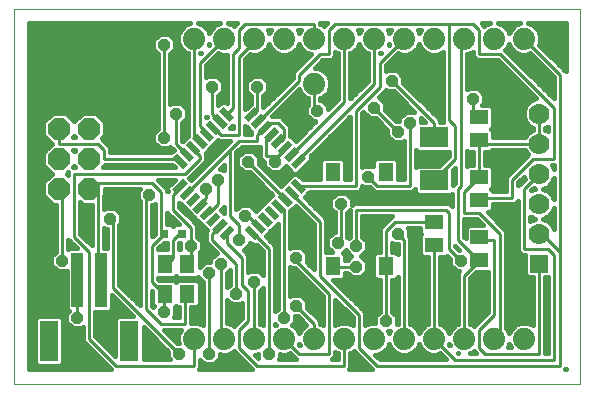
<source format=gtl>
G75*
G70*
%OFA0B0*%
%FSLAX24Y24*%
%IPPOS*%
%LPD*%
%AMOC8*
5,1,8,0,0,1.08239X$1,22.5*
%
%ADD10C,0.0000*%
%ADD11R,0.0394X0.1811*%
%ADD12R,0.0630X0.1339*%
%ADD13OC8,0.0740*%
%ADD14R,0.0500X0.0220*%
%ADD15R,0.0220X0.0500*%
%ADD16C,0.0740*%
%ADD17R,0.0945X0.0669*%
%ADD18R,0.0591X0.0512*%
%ADD19R,0.0630X0.0512*%
%ADD20R,0.0512X0.0610*%
%ADD21R,0.0315X0.0315*%
%ADD22R,0.0512X0.0630*%
%ADD23R,0.0594X0.0594*%
%ADD24C,0.0700*%
%ADD25R,0.0512X0.0591*%
%ADD26C,0.0100*%
%ADD27OC8,0.0400*%
%ADD28C,0.0160*%
D10*
X000180Y000180D02*
X000180Y012676D01*
X019050Y012676D01*
X019050Y000180D01*
X000180Y000180D01*
D11*
X002286Y003637D03*
X003074Y003637D03*
D12*
X004019Y001589D03*
X001341Y001589D03*
D13*
X001680Y006680D03*
X002680Y006680D03*
X002680Y007680D03*
X001680Y007680D03*
X001680Y008680D03*
X002680Y008680D03*
D14*
G36*
X005452Y006666D02*
X005804Y007018D01*
X005960Y006862D01*
X005608Y006510D01*
X005452Y006666D01*
G37*
G36*
X005674Y006444D02*
X006026Y006796D01*
X006182Y006640D01*
X005830Y006288D01*
X005674Y006444D01*
G37*
G36*
X005897Y006221D02*
X006249Y006573D01*
X006405Y006417D01*
X006053Y006065D01*
X005897Y006221D01*
G37*
G36*
X006120Y005998D02*
X006472Y006350D01*
X006628Y006194D01*
X006276Y005842D01*
X006120Y005998D01*
G37*
G36*
X006342Y005776D02*
X006694Y006128D01*
X006850Y005972D01*
X006498Y005620D01*
X006342Y005776D01*
G37*
G36*
X006565Y005553D02*
X006917Y005905D01*
X007073Y005749D01*
X006721Y005397D01*
X006565Y005553D01*
G37*
G36*
X006788Y005330D02*
X007140Y005682D01*
X007296Y005526D01*
X006944Y005174D01*
X006788Y005330D01*
G37*
G36*
X007010Y005108D02*
X007362Y005460D01*
X007518Y005304D01*
X007166Y004952D01*
X007010Y005108D01*
G37*
G36*
X009400Y007498D02*
X009752Y007850D01*
X009908Y007694D01*
X009556Y007342D01*
X009400Y007498D01*
G37*
G36*
X009178Y007720D02*
X009530Y008072D01*
X009686Y007916D01*
X009334Y007564D01*
X009178Y007720D01*
G37*
G36*
X008955Y007943D02*
X009307Y008295D01*
X009463Y008139D01*
X009111Y007787D01*
X008955Y007943D01*
G37*
G36*
X008732Y008166D02*
X009084Y008518D01*
X009240Y008362D01*
X008888Y008010D01*
X008732Y008166D01*
G37*
G36*
X008510Y008388D02*
X008862Y008740D01*
X009018Y008584D01*
X008666Y008232D01*
X008510Y008388D01*
G37*
G36*
X008287Y008611D02*
X008639Y008963D01*
X008795Y008807D01*
X008443Y008455D01*
X008287Y008611D01*
G37*
G36*
X008064Y008834D02*
X008416Y009186D01*
X008572Y009030D01*
X008220Y008678D01*
X008064Y008834D01*
G37*
G36*
X007842Y009056D02*
X008194Y009408D01*
X008350Y009252D01*
X007998Y008900D01*
X007842Y009056D01*
G37*
D15*
G36*
X007010Y009252D02*
X007166Y009408D01*
X007518Y009056D01*
X007362Y008900D01*
X007010Y009252D01*
G37*
G36*
X006788Y009030D02*
X006944Y009186D01*
X007296Y008834D01*
X007140Y008678D01*
X006788Y009030D01*
G37*
G36*
X006565Y008807D02*
X006721Y008963D01*
X007073Y008611D01*
X006917Y008455D01*
X006565Y008807D01*
G37*
G36*
X006342Y008584D02*
X006498Y008740D01*
X006850Y008388D01*
X006694Y008232D01*
X006342Y008584D01*
G37*
G36*
X006120Y008362D02*
X006276Y008518D01*
X006628Y008166D01*
X006472Y008010D01*
X006120Y008362D01*
G37*
G36*
X005897Y008139D02*
X006053Y008295D01*
X006405Y007943D01*
X006249Y007787D01*
X005897Y008139D01*
G37*
G36*
X005674Y007916D02*
X005830Y008072D01*
X006182Y007720D01*
X006026Y007564D01*
X005674Y007916D01*
G37*
G36*
X005452Y007694D02*
X005608Y007850D01*
X005960Y007498D01*
X005804Y007342D01*
X005452Y007694D01*
G37*
G36*
X008064Y005526D02*
X008220Y005682D01*
X008572Y005330D01*
X008416Y005174D01*
X008064Y005526D01*
G37*
G36*
X007842Y005304D02*
X007998Y005460D01*
X008350Y005108D01*
X008194Y004952D01*
X007842Y005304D01*
G37*
G36*
X008287Y005749D02*
X008443Y005905D01*
X008795Y005553D01*
X008639Y005397D01*
X008287Y005749D01*
G37*
G36*
X008510Y005972D02*
X008666Y006128D01*
X009018Y005776D01*
X008862Y005620D01*
X008510Y005972D01*
G37*
G36*
X008732Y006194D02*
X008888Y006350D01*
X009240Y005998D01*
X009084Y005842D01*
X008732Y006194D01*
G37*
G36*
X008955Y006417D02*
X009111Y006573D01*
X009463Y006221D01*
X009307Y006065D01*
X008955Y006417D01*
G37*
G36*
X009178Y006640D02*
X009334Y006796D01*
X009686Y006444D01*
X009530Y006288D01*
X009178Y006640D01*
G37*
G36*
X009400Y006862D02*
X009556Y007018D01*
X009908Y006666D01*
X009752Y006510D01*
X009400Y006862D01*
G37*
D16*
X010180Y010180D03*
X010180Y011680D03*
X009180Y011680D03*
X008180Y011680D03*
X007180Y011680D03*
X006180Y011680D03*
X011180Y011680D03*
X012180Y011680D03*
X013180Y011680D03*
X014180Y011680D03*
X015180Y011680D03*
X016180Y011680D03*
X017180Y011680D03*
X017180Y001680D03*
X016180Y001680D03*
X015180Y001680D03*
X014180Y001680D03*
X013180Y001680D03*
X012180Y001680D03*
X011180Y001680D03*
X010180Y001680D03*
X009180Y001680D03*
X008180Y001680D03*
X007180Y001680D03*
X006180Y001680D03*
D17*
X014180Y006952D03*
X014180Y008408D03*
D18*
X015680Y008306D03*
X015680Y009054D03*
X015680Y007054D03*
X015680Y006306D03*
X015680Y005054D03*
X015680Y004306D03*
D19*
X014180Y004806D03*
X014180Y005554D03*
D20*
X012566Y004115D03*
X010794Y004115D03*
X010794Y007245D03*
X012566Y007245D03*
D21*
X005775Y005180D03*
X005185Y005180D03*
D22*
X005206Y004180D03*
X005954Y004180D03*
D23*
X017680Y004180D03*
D24*
X017680Y005180D03*
X017680Y006180D03*
X017680Y007180D03*
X017680Y008180D03*
X017680Y009180D03*
D25*
X005954Y003180D03*
X005206Y003180D03*
D26*
X005180Y003180D01*
X005180Y002580D01*
X005080Y002180D02*
X005880Y002180D01*
X005880Y003180D01*
X005954Y003180D01*
X005180Y003180D02*
X004780Y003580D01*
X004780Y004780D01*
X005180Y005180D01*
X005185Y005180D01*
X005180Y005180D02*
X005080Y005280D01*
X005080Y006580D01*
X004780Y006880D01*
X002980Y006880D01*
X002680Y006680D01*
X002680Y006880D01*
X002980Y006880D01*
X002980Y003680D01*
X003074Y003637D01*
X003480Y003380D02*
X003480Y005580D01*
X003380Y005680D01*
X002680Y004580D02*
X002180Y005080D01*
X002180Y007180D01*
X005880Y007180D01*
X006380Y007680D01*
X006380Y007780D01*
X006180Y007980D01*
X006151Y008041D01*
X006280Y008280D02*
X006374Y008264D01*
X006280Y008280D02*
X006180Y008380D01*
X006180Y011680D01*
X005180Y011480D02*
X005180Y008380D01*
X005580Y008180D02*
X005580Y009180D01*
X006380Y008780D02*
X006380Y010880D01*
X007180Y011680D01*
X007680Y011980D02*
X007680Y011380D01*
X007480Y011180D01*
X007480Y009380D01*
X007280Y009180D01*
X007264Y009154D01*
X007042Y008932D02*
X006980Y008980D01*
X006780Y009180D01*
X006780Y010080D01*
X008096Y009154D02*
X008180Y009180D01*
X008280Y009280D01*
X008280Y010080D01*
X008380Y008980D02*
X008318Y008932D01*
X008380Y008980D02*
X009680Y010280D01*
X009680Y010480D01*
X010380Y011180D01*
X010680Y011180D01*
X010680Y011980D01*
X010880Y012180D01*
X014680Y012180D01*
X015480Y012180D01*
X015680Y011980D01*
X015680Y011180D01*
X016380Y011180D01*
X018180Y009380D01*
X018180Y007680D01*
X017480Y007680D01*
X016780Y006980D01*
X016780Y006380D01*
X015680Y006380D01*
X015680Y006306D01*
X015180Y006580D02*
X015680Y007080D01*
X015680Y007054D01*
X015680Y007080D02*
X015680Y008180D01*
X017680Y008180D01*
X017680Y009180D01*
X018380Y010480D02*
X018380Y004580D01*
X017780Y005180D01*
X017680Y005180D01*
X017980Y004680D02*
X017180Y004680D01*
X017180Y006680D01*
X017680Y007180D01*
X015680Y008180D02*
X015680Y008306D01*
X015680Y008280D01*
X014880Y008780D02*
X014880Y007680D01*
X014180Y006980D01*
X014180Y006952D01*
X013380Y006780D02*
X013380Y008880D01*
X012980Y008580D02*
X012180Y009380D01*
X011580Y009280D02*
X012380Y010080D01*
X012380Y010880D01*
X013180Y011680D01*
X012180Y011680D02*
X012180Y010180D01*
X009680Y007680D01*
X009654Y007596D01*
X009432Y007818D02*
X009480Y007880D01*
X011180Y009580D01*
X011180Y011680D01*
X010180Y011680D02*
X010180Y012180D01*
X007880Y012180D01*
X007680Y011980D01*
X008180Y011680D02*
X008180Y011580D01*
X007680Y011080D01*
X007680Y008480D01*
X007080Y008480D01*
X006880Y008680D01*
X006819Y008709D01*
X006580Y008580D02*
X006596Y008486D01*
X006580Y008580D02*
X006380Y008780D01*
X005580Y008180D02*
X005880Y007880D01*
X005928Y007818D01*
X005680Y007680D02*
X005706Y007596D01*
X005680Y007680D02*
X003180Y007680D01*
X003180Y007980D01*
X002980Y008180D01*
X001680Y008180D01*
X001680Y008680D01*
X001680Y006680D02*
X001780Y006580D01*
X001780Y004280D01*
X002680Y004580D02*
X002680Y001680D01*
X003580Y000780D01*
X006180Y000780D01*
X006180Y001680D01*
X005680Y001180D02*
X003480Y003380D01*
X002280Y003580D02*
X002286Y003637D01*
X002280Y003580D02*
X002280Y002380D01*
X004580Y002680D02*
X005080Y002180D01*
X004580Y002680D02*
X004580Y006380D01*
X004680Y006480D01*
X005480Y006480D02*
X005480Y005980D01*
X006080Y005380D01*
X006080Y004780D01*
X006080Y004280D01*
X005980Y004180D01*
X005954Y004180D01*
X005480Y004380D02*
X005280Y004180D01*
X005206Y004180D01*
X005480Y004380D02*
X005480Y004980D01*
X005680Y005180D01*
X005775Y005180D01*
X006596Y005874D02*
X006680Y005880D01*
X006980Y006180D01*
X006980Y006980D01*
X006580Y006680D02*
X006580Y006380D01*
X006380Y006180D01*
X006374Y006096D01*
X005980Y006580D02*
X005928Y006542D01*
X005980Y006580D02*
X007380Y007980D01*
X007380Y005780D01*
X007680Y005480D01*
X007680Y004980D01*
X007280Y004880D02*
X007780Y004380D01*
X007780Y003480D01*
X007980Y003280D01*
X007980Y002280D01*
X007680Y001980D01*
X007680Y001380D01*
X008280Y000780D01*
X011180Y000780D01*
X011180Y001680D01*
X011680Y001380D02*
X012280Y000780D01*
X018380Y000780D01*
X018380Y004580D01*
X018180Y004480D02*
X017980Y004680D01*
X018180Y004480D02*
X018180Y000980D01*
X014880Y000980D01*
X014180Y001680D01*
X014180Y004806D01*
X014680Y004680D02*
X014680Y005880D01*
X014580Y005980D01*
X011580Y005980D01*
X011580Y004780D01*
X011080Y004980D02*
X011080Y006180D01*
X011580Y006780D02*
X011580Y009280D01*
X010280Y009280D02*
X010180Y009380D01*
X010180Y010180D01*
X008980Y008880D02*
X008680Y008880D01*
X008580Y008780D01*
X008541Y008709D01*
X008480Y008680D01*
X008280Y008480D01*
X008280Y008280D01*
X007680Y008280D01*
X007380Y007980D01*
X007980Y007580D02*
X009180Y006380D01*
X009209Y006319D01*
X009480Y006480D02*
X009432Y006542D01*
X009480Y006480D02*
X010380Y005580D01*
X010380Y003780D01*
X011680Y002480D01*
X011680Y001380D01*
X010680Y001180D02*
X010680Y003180D01*
X009580Y004280D01*
X009580Y004380D01*
X008680Y004680D02*
X008680Y001180D01*
X008180Y001680D02*
X008180Y003580D01*
X007580Y003180D02*
X007580Y004180D01*
X006780Y004980D01*
X006780Y005180D01*
X006980Y005380D01*
X007042Y005428D01*
X007264Y005206D02*
X007280Y005180D01*
X007280Y004880D01*
X008096Y005206D02*
X008180Y005180D01*
X008680Y004680D01*
X008318Y005428D02*
X008280Y005480D01*
X007980Y005780D01*
X007880Y005780D01*
X008986Y006096D02*
X009080Y006080D01*
X009180Y005980D01*
X009180Y002380D01*
X009580Y002780D02*
X010180Y002180D01*
X010180Y001680D01*
X010680Y001180D02*
X009680Y001180D01*
X009180Y001680D01*
X007180Y001680D02*
X007080Y001780D01*
X007080Y004180D01*
X006680Y003880D02*
X006680Y001180D01*
X010794Y004115D02*
X010880Y004080D01*
X011580Y004080D01*
X012566Y004115D02*
X012580Y004080D01*
X012580Y002280D01*
X013180Y001680D02*
X013180Y004980D01*
X012980Y005180D01*
X012880Y005580D02*
X014180Y005580D01*
X014180Y005554D01*
X014980Y004980D02*
X015680Y004280D01*
X015680Y004306D01*
X015680Y004280D02*
X015180Y003780D01*
X015180Y001680D01*
X015680Y001380D02*
X015880Y001180D01*
X017680Y001180D01*
X017680Y004180D01*
X016380Y005180D02*
X015680Y005880D01*
X015180Y005880D01*
X015180Y006580D01*
X014980Y006680D02*
X014980Y004980D01*
X014680Y004680D02*
X015080Y004280D01*
X015680Y004980D02*
X015680Y005054D01*
X015680Y004980D02*
X016180Y004980D01*
X016180Y002480D01*
X015680Y001980D01*
X015680Y001380D01*
X016180Y001680D02*
X016380Y001880D01*
X016380Y005180D01*
X014980Y006680D02*
X015080Y006780D01*
X015080Y011580D01*
X015180Y011680D01*
X014680Y012180D02*
X014680Y008980D01*
X014880Y008780D01*
X014180Y008880D02*
X014180Y008408D01*
X014180Y008880D02*
X012780Y010280D01*
X015480Y009680D02*
X015480Y009280D01*
X015680Y009080D01*
X015680Y009054D01*
X017180Y011680D02*
X018380Y010480D01*
X013380Y006780D02*
X012280Y006780D01*
X011980Y007080D01*
X011580Y006780D02*
X009680Y006780D01*
X009654Y006764D01*
X008880Y007580D02*
X008880Y007780D01*
X008980Y007780D01*
X009180Y007980D01*
X009209Y008041D01*
X009080Y008280D02*
X008986Y008264D01*
X009080Y008280D02*
X009180Y008380D01*
X009180Y008680D01*
X008980Y008880D01*
X008764Y008486D02*
X008680Y008480D01*
X008580Y008380D01*
X008580Y007780D01*
X008880Y007780D01*
X005706Y006764D02*
X005680Y006680D01*
X005480Y006480D01*
X010980Y004880D02*
X011080Y004980D01*
X012580Y005280D02*
X012580Y004180D01*
X012566Y004115D01*
X012580Y005280D02*
X012880Y005580D01*
D27*
X012980Y005180D03*
X011580Y004780D03*
X010980Y004880D03*
X011580Y004080D03*
X009580Y004380D03*
X008180Y003580D03*
X007580Y003180D03*
X006680Y003880D03*
X007080Y004180D03*
X006080Y004780D03*
X007680Y004980D03*
X007880Y005780D03*
X006580Y006680D03*
X006980Y006980D03*
X007980Y007580D03*
X008880Y007580D03*
X010280Y009280D03*
X012180Y009380D03*
X012980Y008580D03*
X013380Y008880D03*
X012780Y010280D03*
X015480Y009680D03*
X011980Y007080D03*
X011080Y006180D03*
X015080Y004280D03*
X012580Y002280D03*
X009580Y002780D03*
X009180Y002380D03*
X008680Y001180D03*
X006680Y001180D03*
X005680Y001180D03*
X005180Y002580D03*
X002280Y002380D03*
X001780Y004280D03*
X003380Y005680D03*
X004680Y006480D03*
X005180Y008380D03*
X005580Y009180D03*
X006780Y010080D03*
X008280Y010080D03*
X005180Y011480D03*
D28*
X004876Y011275D02*
X000660Y011275D01*
X000660Y011117D02*
X004970Y011117D01*
X004970Y011181D02*
X004970Y008679D01*
X004820Y008529D01*
X004820Y008231D01*
X005031Y008020D01*
X005329Y008020D01*
X005386Y008077D01*
X005493Y007970D01*
X005497Y007966D01*
X005420Y007890D01*
X003390Y007890D01*
X003390Y008067D01*
X003190Y008267D01*
X003103Y008354D01*
X003210Y008460D01*
X003210Y008900D01*
X002900Y009210D01*
X002460Y009210D01*
X002180Y008930D01*
X001900Y009210D01*
X001460Y009210D01*
X001150Y008900D01*
X001150Y008460D01*
X001430Y008180D01*
X001150Y007900D01*
X001150Y007460D01*
X001430Y007180D01*
X001150Y006900D01*
X001150Y006460D01*
X001460Y006150D01*
X001570Y006150D01*
X001570Y004579D01*
X001420Y004429D01*
X001420Y004131D01*
X001631Y003920D01*
X001929Y003920D01*
X001929Y003920D01*
X001929Y002665D01*
X001993Y002602D01*
X001920Y002529D01*
X001920Y002231D01*
X002131Y002020D01*
X002429Y002020D01*
X002470Y002061D01*
X002470Y001593D01*
X003370Y000693D01*
X003403Y000660D01*
X000660Y000660D01*
X000660Y012196D01*
X006041Y012196D01*
X005880Y012129D01*
X005731Y011980D01*
X005650Y011785D01*
X005650Y011575D01*
X005731Y011380D01*
X005880Y011231D01*
X005970Y011193D01*
X005970Y008440D01*
X005794Y008263D01*
X005790Y008267D01*
X005790Y008881D01*
X005940Y009031D01*
X005940Y009329D01*
X005729Y009540D01*
X005431Y009540D01*
X005390Y009499D01*
X005390Y011181D01*
X005540Y011331D01*
X005540Y011629D01*
X005329Y011840D01*
X005031Y011840D01*
X004820Y011629D01*
X004820Y011331D01*
X004970Y011181D01*
X004970Y010958D02*
X000660Y010958D01*
X000660Y010800D02*
X004970Y010800D01*
X004970Y010641D02*
X000660Y010641D01*
X000660Y010483D02*
X004970Y010483D01*
X004970Y010324D02*
X000660Y010324D01*
X000660Y010166D02*
X004970Y010166D01*
X004970Y010007D02*
X000660Y010007D01*
X000660Y009849D02*
X004970Y009849D01*
X004970Y009690D02*
X000660Y009690D01*
X000660Y009532D02*
X004970Y009532D01*
X004970Y009373D02*
X000660Y009373D01*
X000660Y009215D02*
X004970Y009215D01*
X004970Y009056D02*
X003054Y009056D01*
X003210Y008898D02*
X004970Y008898D01*
X004970Y008739D02*
X003210Y008739D01*
X003210Y008581D02*
X004871Y008581D01*
X004820Y008422D02*
X003172Y008422D01*
X003193Y008264D02*
X004820Y008264D01*
X004946Y008105D02*
X003352Y008105D01*
X003390Y007947D02*
X005477Y007947D01*
X005793Y008264D02*
X005794Y008264D01*
X005790Y008422D02*
X005952Y008422D01*
X005970Y008581D02*
X005790Y008581D01*
X005790Y008739D02*
X005970Y008739D01*
X005970Y008898D02*
X005807Y008898D01*
X005940Y009056D02*
X005970Y009056D01*
X005970Y009215D02*
X005940Y009215D01*
X005970Y009373D02*
X005896Y009373D01*
X005970Y009532D02*
X005738Y009532D01*
X005422Y009532D02*
X005390Y009532D01*
X005390Y009690D02*
X005970Y009690D01*
X005970Y009849D02*
X005390Y009849D01*
X005390Y010007D02*
X005970Y010007D01*
X005970Y010166D02*
X005390Y010166D01*
X005390Y010324D02*
X005970Y010324D01*
X005970Y010483D02*
X005390Y010483D01*
X005390Y010641D02*
X005970Y010641D01*
X005970Y010800D02*
X005390Y010800D01*
X005390Y010958D02*
X005970Y010958D01*
X005970Y011117D02*
X005390Y011117D01*
X005484Y011275D02*
X005835Y011275D01*
X005708Y011434D02*
X005540Y011434D01*
X005540Y011592D02*
X005650Y011592D01*
X005650Y011751D02*
X005419Y011751D01*
X005701Y011909D02*
X000660Y011909D01*
X000660Y011751D02*
X004941Y011751D01*
X004820Y011592D02*
X000660Y011592D01*
X000660Y011434D02*
X004820Y011434D01*
X005818Y012068D02*
X000660Y012068D01*
X000660Y009056D02*
X001306Y009056D01*
X001150Y008898D02*
X000660Y008898D01*
X000660Y008739D02*
X001150Y008739D01*
X001150Y008581D02*
X000660Y008581D01*
X000660Y008422D02*
X001188Y008422D01*
X001347Y008264D02*
X000660Y008264D01*
X000660Y008105D02*
X001355Y008105D01*
X001197Y007947D02*
X000660Y007947D01*
X000660Y007788D02*
X001150Y007788D01*
X001150Y007630D02*
X000660Y007630D01*
X000660Y007471D02*
X001150Y007471D01*
X001298Y007313D02*
X000660Y007313D01*
X000660Y007154D02*
X001404Y007154D01*
X001246Y006996D02*
X000660Y006996D01*
X000660Y006837D02*
X001150Y006837D01*
X001150Y006679D02*
X000660Y006679D01*
X000660Y006520D02*
X001150Y006520D01*
X001249Y006362D02*
X000660Y006362D01*
X000660Y006203D02*
X001407Y006203D01*
X001570Y006045D02*
X000660Y006045D01*
X000660Y005886D02*
X001570Y005886D01*
X001570Y005728D02*
X000660Y005728D01*
X000660Y005569D02*
X001570Y005569D01*
X001570Y005411D02*
X000660Y005411D01*
X000660Y005252D02*
X001570Y005252D01*
X001570Y005094D02*
X000660Y005094D01*
X000660Y004935D02*
X001570Y004935D01*
X001570Y004777D02*
X000660Y004777D01*
X000660Y004618D02*
X001570Y004618D01*
X001450Y004460D02*
X000660Y004460D01*
X000660Y004301D02*
X001420Y004301D01*
X001420Y004143D02*
X000660Y004143D01*
X000660Y003984D02*
X001567Y003984D01*
X001929Y003826D02*
X000660Y003826D01*
X000660Y003667D02*
X001929Y003667D01*
X001929Y003509D02*
X000660Y003509D01*
X000660Y003350D02*
X001929Y003350D01*
X001929Y003192D02*
X000660Y003192D01*
X000660Y003033D02*
X001929Y003033D01*
X001929Y002875D02*
X000660Y002875D01*
X000660Y002716D02*
X001929Y002716D01*
X001948Y002558D02*
X000660Y002558D01*
X000660Y002399D02*
X000940Y002399D01*
X000960Y002419D02*
X000866Y002325D01*
X000866Y000854D01*
X000960Y000760D01*
X001723Y000760D01*
X001816Y000854D01*
X001816Y002325D01*
X001723Y002419D01*
X000960Y002419D01*
X000866Y002241D02*
X000660Y002241D01*
X000660Y002082D02*
X000866Y002082D01*
X000866Y001924D02*
X000660Y001924D01*
X000660Y001765D02*
X000866Y001765D01*
X000866Y001607D02*
X000660Y001607D01*
X000660Y001448D02*
X000866Y001448D01*
X000866Y001290D02*
X000660Y001290D01*
X000660Y001131D02*
X000866Y001131D01*
X000866Y000973D02*
X000660Y000973D01*
X000660Y000814D02*
X000906Y000814D01*
X001776Y000814D02*
X003249Y000814D01*
X003091Y000973D02*
X001816Y000973D01*
X001816Y001131D02*
X002932Y001131D01*
X002774Y001290D02*
X001816Y001290D01*
X001816Y001448D02*
X002615Y001448D01*
X002470Y001607D02*
X001816Y001607D01*
X001816Y001765D02*
X002470Y001765D01*
X002470Y001924D02*
X001816Y001924D01*
X001816Y002082D02*
X002069Y002082D01*
X001920Y002241D02*
X001816Y002241D01*
X001742Y002399D02*
X001920Y002399D01*
X002890Y002399D02*
X003618Y002399D01*
X003637Y002419D02*
X003544Y002325D01*
X003544Y001113D01*
X002890Y001767D01*
X002890Y002571D01*
X003337Y002571D01*
X003431Y002665D01*
X003431Y003132D01*
X004144Y002419D01*
X003637Y002419D01*
X003544Y002241D02*
X002890Y002241D01*
X002890Y002082D02*
X003544Y002082D01*
X003544Y001924D02*
X002890Y001924D01*
X002892Y001765D02*
X003544Y001765D01*
X003544Y001607D02*
X003050Y001607D01*
X003209Y001448D02*
X003544Y001448D01*
X003544Y001290D02*
X003367Y001290D01*
X003526Y001131D02*
X003544Y001131D01*
X004494Y001131D02*
X005320Y001131D01*
X005320Y001031D02*
X005320Y001243D01*
X004494Y002069D01*
X004494Y000990D01*
X005361Y000990D01*
X005320Y001031D01*
X005274Y001290D02*
X004494Y001290D01*
X004494Y001448D02*
X005115Y001448D01*
X004957Y001607D02*
X004494Y001607D01*
X004494Y001765D02*
X004798Y001765D01*
X004640Y001924D02*
X004494Y001924D01*
X005187Y001970D02*
X005726Y001970D01*
X005650Y001785D01*
X005650Y001575D01*
X005664Y001540D01*
X005617Y001540D01*
X005187Y001970D01*
X005233Y001924D02*
X005707Y001924D01*
X005650Y001765D02*
X005392Y001765D01*
X005550Y001607D02*
X005650Y001607D01*
X006090Y002210D02*
X006090Y002725D01*
X006276Y002725D01*
X006370Y002818D01*
X006370Y003542D01*
X006276Y003635D01*
X005632Y003635D01*
X005580Y003583D01*
X005528Y003635D01*
X005022Y003635D01*
X004990Y003667D01*
X006384Y003667D01*
X006320Y003731D02*
X006470Y003581D01*
X006470Y002134D01*
X006285Y002210D01*
X006090Y002210D01*
X006090Y002241D02*
X006470Y002241D01*
X006470Y002399D02*
X006090Y002399D01*
X006090Y002558D02*
X006470Y002558D01*
X006470Y002716D02*
X006090Y002716D01*
X006370Y002875D02*
X006470Y002875D01*
X006470Y003033D02*
X006370Y003033D01*
X006370Y003192D02*
X006470Y003192D01*
X006470Y003350D02*
X006370Y003350D01*
X006370Y003509D02*
X006470Y003509D01*
X006320Y003731D02*
X006320Y003749D01*
X006276Y003705D01*
X005632Y003705D01*
X005580Y003757D01*
X005528Y003705D01*
X004990Y003705D01*
X004990Y003667D01*
X004790Y003273D02*
X004790Y002767D01*
X004824Y002733D01*
X004850Y002759D01*
X004790Y002818D01*
X004790Y003273D01*
X004790Y003273D01*
X004790Y003192D02*
X004790Y003192D01*
X004790Y003033D02*
X004790Y003033D01*
X004790Y002875D02*
X004790Y002875D01*
X004370Y002875D02*
X004282Y002875D01*
X004370Y002787D02*
X003690Y003467D01*
X003690Y005481D01*
X003740Y005531D01*
X003740Y005829D01*
X003529Y006040D01*
X003231Y006040D01*
X003190Y005999D01*
X003190Y006440D01*
X003210Y006460D01*
X003210Y006670D01*
X004361Y006670D01*
X004320Y006629D01*
X004320Y006331D01*
X004370Y006281D01*
X004370Y002787D01*
X004370Y003033D02*
X004124Y003033D01*
X003965Y003192D02*
X004370Y003192D01*
X004370Y003350D02*
X003807Y003350D01*
X003690Y003509D02*
X004370Y003509D01*
X004370Y003667D02*
X003690Y003667D01*
X003690Y003826D02*
X004370Y003826D01*
X004370Y003984D02*
X003690Y003984D01*
X003690Y004143D02*
X004370Y004143D01*
X004370Y004301D02*
X003690Y004301D01*
X003690Y004460D02*
X004370Y004460D01*
X004370Y004618D02*
X003690Y004618D01*
X003690Y004777D02*
X004370Y004777D01*
X004370Y004935D02*
X003690Y004935D01*
X003690Y005094D02*
X004370Y005094D01*
X004370Y005252D02*
X003690Y005252D01*
X003690Y005411D02*
X004370Y005411D01*
X004370Y005569D02*
X003740Y005569D01*
X003740Y005728D02*
X004370Y005728D01*
X004370Y005886D02*
X003683Y005886D01*
X003190Y006045D02*
X004370Y006045D01*
X004370Y006203D02*
X003190Y006203D01*
X003190Y006362D02*
X004320Y006362D01*
X004320Y006520D02*
X003210Y006520D01*
X002770Y006150D02*
X002770Y004787D01*
X002767Y004790D01*
X002390Y005167D01*
X002390Y006220D01*
X002460Y006150D01*
X002770Y006150D01*
X002770Y006045D02*
X002390Y006045D01*
X002390Y006203D02*
X002407Y006203D01*
X002390Y005886D02*
X002770Y005886D01*
X002770Y005728D02*
X002390Y005728D01*
X002390Y005569D02*
X002770Y005569D01*
X002770Y005411D02*
X002390Y005411D01*
X002390Y005252D02*
X002770Y005252D01*
X002770Y005094D02*
X002463Y005094D01*
X002622Y004935D02*
X002770Y004935D01*
X003190Y004935D02*
X003270Y004935D01*
X003270Y004777D02*
X003190Y004777D01*
X003190Y004702D02*
X003190Y005361D01*
X003231Y005320D01*
X003270Y005320D01*
X003270Y004702D01*
X003190Y004702D01*
X003190Y005094D02*
X003270Y005094D01*
X003270Y005252D02*
X003190Y005252D01*
X002261Y004702D02*
X002023Y004702D01*
X001990Y004669D01*
X001990Y004973D01*
X002261Y004702D01*
X002187Y004777D02*
X001990Y004777D01*
X001990Y004935D02*
X002028Y004935D01*
X003431Y003033D02*
X003530Y003033D01*
X003431Y002875D02*
X003689Y002875D01*
X003847Y002716D02*
X003431Y002716D01*
X002890Y002558D02*
X004006Y002558D01*
X005499Y002390D02*
X005670Y002390D01*
X005670Y002725D01*
X005632Y002725D01*
X005580Y002777D01*
X005536Y002733D01*
X005540Y002729D01*
X005540Y002431D01*
X005499Y002390D01*
X005508Y002399D02*
X005670Y002399D01*
X005670Y002558D02*
X005540Y002558D01*
X005540Y002716D02*
X005670Y002716D01*
X007290Y002716D02*
X007770Y002716D01*
X007729Y002820D02*
X007770Y002861D01*
X007770Y002367D01*
X007593Y002190D01*
X007506Y002103D01*
X007480Y002129D01*
X007290Y002208D01*
X007290Y002961D01*
X007431Y002820D01*
X007729Y002820D01*
X007376Y002875D02*
X007290Y002875D01*
X007290Y002558D02*
X007770Y002558D01*
X007770Y002399D02*
X007290Y002399D01*
X007290Y002241D02*
X007644Y002241D01*
X008390Y002241D02*
X008470Y002241D01*
X008470Y002134D02*
X008390Y002167D01*
X008390Y003281D01*
X008470Y003361D01*
X008470Y002134D01*
X008470Y002399D02*
X008390Y002399D01*
X008390Y002558D02*
X008470Y002558D01*
X008470Y002716D02*
X008390Y002716D01*
X008390Y002875D02*
X008470Y002875D01*
X008470Y003033D02*
X008390Y003033D01*
X008390Y003192D02*
X008470Y003192D01*
X008459Y003350D02*
X008470Y003350D01*
X008890Y003350D02*
X008970Y003350D01*
X008970Y003192D02*
X008890Y003192D01*
X008890Y003033D02*
X008970Y003033D01*
X008970Y002875D02*
X008890Y002875D01*
X008890Y002716D02*
X008970Y002716D01*
X008970Y002679D02*
X008890Y002599D01*
X008890Y004767D01*
X008767Y004890D01*
X008563Y005094D01*
X008706Y005236D01*
X008929Y005459D01*
X008970Y005500D01*
X008970Y002679D01*
X009390Y003099D02*
X009390Y004061D01*
X009431Y004020D01*
X009543Y004020D01*
X010470Y003093D01*
X010470Y002134D01*
X010390Y002167D01*
X010390Y002267D01*
X010267Y002390D01*
X010267Y002390D01*
X009940Y002717D01*
X009940Y002929D01*
X009729Y003140D01*
X009431Y003140D01*
X009390Y003099D01*
X009390Y003192D02*
X010372Y003192D01*
X010470Y003033D02*
X009836Y003033D01*
X009940Y002875D02*
X010470Y002875D01*
X010470Y002716D02*
X009941Y002716D01*
X010099Y002558D02*
X010470Y002558D01*
X010470Y002399D02*
X010258Y002399D01*
X010390Y002241D02*
X010470Y002241D01*
X010890Y002241D02*
X011470Y002241D01*
X011470Y002134D02*
X011285Y002210D01*
X011075Y002210D01*
X010890Y002134D01*
X010890Y002973D01*
X011470Y002393D01*
X011470Y002134D01*
X011464Y002399D02*
X010890Y002399D01*
X010890Y002558D02*
X011306Y002558D01*
X011147Y002716D02*
X010890Y002716D01*
X010890Y002875D02*
X010989Y002875D01*
X011265Y003192D02*
X012370Y003192D01*
X012370Y003350D02*
X011107Y003350D01*
X010948Y003509D02*
X012370Y003509D01*
X012370Y003650D02*
X012370Y002579D01*
X012220Y002429D01*
X012220Y002210D01*
X012075Y002210D01*
X011890Y002134D01*
X011890Y002567D01*
X011767Y002690D01*
X011767Y002690D01*
X010807Y003650D01*
X011116Y003650D01*
X011210Y003744D01*
X011210Y003870D01*
X011281Y003870D01*
X011431Y003720D01*
X011729Y003720D01*
X011940Y003931D01*
X011940Y004229D01*
X011739Y004430D01*
X011940Y004631D01*
X011940Y004929D01*
X011790Y005079D01*
X011790Y005770D01*
X012773Y005770D01*
X012670Y005667D01*
X012370Y005367D01*
X012370Y004580D01*
X012244Y004580D01*
X012150Y004486D01*
X012150Y003744D01*
X012244Y003650D01*
X012370Y003650D01*
X012227Y003667D02*
X011133Y003667D01*
X011210Y003826D02*
X011325Y003826D01*
X011281Y004290D02*
X011210Y004290D01*
X011210Y004486D01*
X011153Y004544D01*
X011230Y004621D01*
X011421Y004430D01*
X011281Y004290D01*
X011292Y004301D02*
X011210Y004301D01*
X011210Y004460D02*
X011391Y004460D01*
X011233Y004618D02*
X011227Y004618D01*
X010771Y004580D02*
X010590Y004580D01*
X010590Y005667D01*
X010467Y005790D01*
X009863Y006394D01*
X010040Y006570D01*
X011667Y006570D01*
X011790Y006693D01*
X011790Y006761D01*
X011831Y006720D01*
X012043Y006720D01*
X012070Y006693D01*
X012193Y006570D01*
X013467Y006570D01*
X013548Y006651D01*
X013548Y006551D01*
X013641Y006457D01*
X014719Y006457D01*
X014770Y006508D01*
X014770Y006087D01*
X014667Y006190D01*
X011493Y006190D01*
X011440Y006137D01*
X011440Y006329D01*
X011229Y006540D01*
X010931Y006540D01*
X010720Y006329D01*
X010720Y006031D01*
X010870Y005881D01*
X010870Y005240D01*
X010831Y005240D01*
X010620Y005029D01*
X010620Y004731D01*
X010771Y004580D01*
X010733Y004618D02*
X010590Y004618D01*
X010590Y004777D02*
X010620Y004777D01*
X010620Y004935D02*
X010590Y004935D01*
X010590Y005094D02*
X010684Y005094D01*
X010590Y005252D02*
X010870Y005252D01*
X010870Y005411D02*
X010590Y005411D01*
X010590Y005569D02*
X010870Y005569D01*
X010870Y005728D02*
X010529Y005728D01*
X010371Y005886D02*
X010865Y005886D01*
X010720Y006045D02*
X010212Y006045D01*
X010054Y006203D02*
X010720Y006203D01*
X010752Y006362D02*
X009895Y006362D01*
X009990Y006520D02*
X010911Y006520D01*
X011249Y006520D02*
X013578Y006520D01*
X013170Y006990D02*
X012982Y006990D01*
X012982Y007616D01*
X012888Y007710D01*
X012244Y007710D01*
X012150Y007616D01*
X012150Y007419D01*
X012129Y007440D01*
X011831Y007440D01*
X011790Y007399D01*
X011790Y009193D01*
X011824Y009227D01*
X012031Y009020D01*
X012243Y009020D01*
X012620Y008643D01*
X012620Y008431D01*
X012831Y008220D01*
X013129Y008220D01*
X013170Y008261D01*
X013170Y006990D01*
X013170Y006996D02*
X012982Y006996D01*
X012982Y007154D02*
X013170Y007154D01*
X013170Y007313D02*
X012982Y007313D01*
X012982Y007471D02*
X013170Y007471D01*
X013170Y007630D02*
X012969Y007630D01*
X013170Y007788D02*
X011790Y007788D01*
X011790Y007630D02*
X012163Y007630D01*
X012150Y007471D02*
X011790Y007471D01*
X011370Y007471D02*
X011210Y007471D01*
X011210Y007616D02*
X011116Y007710D01*
X010472Y007710D01*
X010378Y007616D01*
X010378Y006990D01*
X009811Y006990D01*
X009622Y007179D01*
X009489Y007179D01*
X009240Y006930D01*
X009084Y006773D01*
X008340Y007517D01*
X008340Y007729D01*
X008129Y007940D01*
X007831Y007940D01*
X007620Y007729D01*
X007620Y007431D01*
X007831Y007220D01*
X008043Y007220D01*
X008787Y006476D01*
X008572Y006262D01*
X008349Y006039D01*
X008240Y005929D01*
X008029Y006140D01*
X007731Y006140D01*
X007590Y005999D01*
X007590Y007893D01*
X007767Y008070D01*
X008367Y008070D01*
X008370Y008073D01*
X008370Y007693D01*
X008493Y007570D01*
X008520Y007570D01*
X008520Y007431D01*
X008731Y007220D01*
X009029Y007220D01*
X009240Y007431D01*
X009267Y007404D01*
X009489Y007181D01*
X009622Y007181D01*
X010069Y007628D01*
X010069Y007761D01*
X010063Y007766D01*
X011370Y009073D01*
X011370Y006990D01*
X011210Y006990D01*
X011210Y007616D01*
X011197Y007630D02*
X011370Y007630D01*
X011370Y007788D02*
X010085Y007788D01*
X010069Y007630D02*
X010391Y007630D01*
X010378Y007471D02*
X009912Y007471D01*
X009753Y007313D02*
X010378Y007313D01*
X010378Y007154D02*
X009647Y007154D01*
X009464Y007154D02*
X008703Y007154D01*
X008638Y007313D02*
X008544Y007313D01*
X008520Y007471D02*
X008386Y007471D01*
X008340Y007630D02*
X008434Y007630D01*
X008370Y007788D02*
X008281Y007788D01*
X008370Y007947D02*
X007643Y007947D01*
X007679Y007788D02*
X007590Y007788D01*
X007590Y007630D02*
X007620Y007630D01*
X007620Y007471D02*
X007590Y007471D01*
X007590Y007313D02*
X007738Y007313D01*
X007590Y007154D02*
X008109Y007154D01*
X008268Y006996D02*
X007590Y006996D01*
X007590Y006837D02*
X008426Y006837D01*
X008585Y006679D02*
X007590Y006679D01*
X007590Y006520D02*
X008743Y006520D01*
X008672Y006362D02*
X007590Y006362D01*
X007590Y006203D02*
X008513Y006203D01*
X008355Y006045D02*
X008125Y006045D01*
X007635Y006045D02*
X007590Y006045D01*
X007170Y006045D02*
X007141Y006045D01*
X007170Y006073D02*
X007073Y005976D01*
X007170Y005880D01*
X007170Y006073D01*
X007164Y005886D02*
X007170Y005886D01*
X006597Y005294D02*
X006570Y005267D01*
X006570Y004893D01*
X006927Y004536D01*
X006720Y004329D01*
X006720Y004240D01*
X006531Y004240D01*
X006370Y004079D01*
X006370Y004561D01*
X006440Y004631D01*
X006440Y004929D01*
X006290Y005079D01*
X006290Y005467D01*
X006167Y005590D01*
X005690Y006067D01*
X005690Y006200D01*
X005736Y006154D01*
X005959Y005931D01*
X006182Y005708D01*
X006404Y005486D01*
X006597Y005294D01*
X006570Y005252D02*
X006290Y005252D01*
X006290Y005094D02*
X006570Y005094D01*
X006570Y004935D02*
X006434Y004935D01*
X006440Y004777D02*
X006687Y004777D01*
X006845Y004618D02*
X006427Y004618D01*
X006370Y004460D02*
X006850Y004460D01*
X006720Y004301D02*
X006370Y004301D01*
X006370Y004143D02*
X006433Y004143D01*
X005720Y004655D02*
X005690Y004655D01*
X005690Y004863D01*
X005720Y004863D01*
X005720Y004655D01*
X005720Y004777D02*
X005690Y004777D01*
X005270Y004777D02*
X005073Y004777D01*
X004990Y004693D02*
X005160Y004863D01*
X005270Y004863D01*
X005270Y004655D01*
X004990Y004655D01*
X004990Y004693D01*
X004790Y005087D02*
X004790Y006120D01*
X004829Y006120D01*
X004870Y006161D01*
X004870Y005407D01*
X004867Y005404D01*
X004867Y005164D01*
X004790Y005087D01*
X004790Y005094D02*
X004797Y005094D01*
X004790Y005252D02*
X004867Y005252D01*
X004870Y005411D02*
X004790Y005411D01*
X004790Y005569D02*
X004870Y005569D01*
X004870Y005728D02*
X004790Y005728D01*
X004790Y005886D02*
X004870Y005886D01*
X004870Y006045D02*
X004790Y006045D01*
X005290Y005873D02*
X005666Y005497D01*
X005552Y005497D01*
X005480Y005426D01*
X005408Y005497D01*
X005290Y005497D01*
X005290Y005873D01*
X005290Y005728D02*
X005436Y005728D01*
X005290Y005569D02*
X005594Y005569D01*
X005871Y005886D02*
X006004Y005886D01*
X006029Y005728D02*
X006163Y005728D01*
X006188Y005569D02*
X006321Y005569D01*
X006290Y005411D02*
X006480Y005411D01*
X005846Y006045D02*
X005712Y006045D01*
X005290Y006587D02*
X005290Y006667D01*
X004990Y006967D01*
X004987Y006970D01*
X005529Y006970D01*
X005291Y006732D01*
X005291Y006599D01*
X005297Y006594D01*
X005290Y006587D01*
X005278Y006679D02*
X005291Y006679D01*
X005396Y006837D02*
X005120Y006837D01*
X005529Y007390D02*
X003140Y007390D01*
X003210Y007460D01*
X003210Y007470D01*
X005449Y007470D01*
X005529Y007390D01*
X006023Y007026D02*
X006076Y006973D01*
X007293Y008190D01*
X007373Y008270D01*
X006993Y008270D01*
X006976Y008287D01*
X006788Y008098D01*
X006573Y007884D01*
X006590Y007867D01*
X006590Y007593D01*
X006090Y007093D01*
X006023Y007026D01*
X006054Y006996D02*
X006099Y006996D01*
X006151Y007154D02*
X006257Y007154D01*
X006309Y007313D02*
X006416Y007313D01*
X006468Y007471D02*
X006574Y007471D01*
X006590Y007630D02*
X006733Y007630D01*
X006590Y007788D02*
X006891Y007788D01*
X007050Y007947D02*
X006636Y007947D01*
X006795Y008105D02*
X007208Y008105D01*
X007367Y008264D02*
X006953Y008264D01*
X007380Y008690D02*
X007470Y008690D01*
X007470Y008780D01*
X007456Y008767D01*
X007380Y008690D01*
X007429Y008739D02*
X007470Y008739D01*
X007890Y008739D02*
X007931Y008739D01*
X007930Y008740D02*
X007890Y008780D01*
X007890Y008490D01*
X008070Y008490D01*
X008070Y008567D01*
X008087Y008584D01*
X007930Y008740D01*
X007890Y008581D02*
X008084Y008581D01*
X008787Y009090D02*
X009686Y009989D01*
X009731Y009880D01*
X009880Y009731D01*
X009970Y009693D01*
X009970Y009479D01*
X009920Y009429D01*
X009920Y009131D01*
X010131Y008920D01*
X010223Y008920D01*
X009566Y008263D01*
X009401Y008429D01*
X009390Y008440D01*
X009390Y008767D01*
X009190Y008967D01*
X009067Y009090D01*
X008787Y009090D01*
X008911Y009215D02*
X009920Y009215D01*
X009920Y009373D02*
X009070Y009373D01*
X009228Y009532D02*
X009970Y009532D01*
X009970Y009690D02*
X009387Y009690D01*
X009545Y009849D02*
X009762Y009849D01*
X009427Y010324D02*
X008545Y010324D01*
X008640Y010229D02*
X008429Y010440D01*
X008131Y010440D01*
X007920Y010229D01*
X007920Y009931D01*
X008070Y009781D01*
X008070Y009511D01*
X007890Y009331D01*
X007890Y010993D01*
X008055Y011158D01*
X008075Y011150D01*
X008285Y011150D01*
X008480Y011231D01*
X008629Y011380D01*
X008680Y011502D01*
X008731Y011380D01*
X008880Y011231D01*
X009075Y011150D01*
X009285Y011150D01*
X009480Y011231D01*
X009629Y011380D01*
X009680Y011502D01*
X009731Y011380D01*
X009880Y011231D01*
X010059Y011156D01*
X009470Y010567D01*
X009470Y010393D01*
X009470Y010367D01*
X008490Y009387D01*
X008490Y009781D01*
X008640Y009931D01*
X008640Y010229D01*
X008640Y010166D02*
X009269Y010166D01*
X009110Y010007D02*
X008640Y010007D01*
X008558Y009849D02*
X008952Y009849D01*
X008793Y009690D02*
X008490Y009690D01*
X008490Y009532D02*
X008635Y009532D01*
X008070Y009532D02*
X007890Y009532D01*
X007890Y009373D02*
X007932Y009373D01*
X007890Y009690D02*
X008070Y009690D01*
X008002Y009849D02*
X007890Y009849D01*
X007890Y010007D02*
X007920Y010007D01*
X007920Y010166D02*
X007890Y010166D01*
X007890Y010324D02*
X008015Y010324D01*
X007890Y010483D02*
X009470Y010483D01*
X009544Y010641D02*
X007890Y010641D01*
X007890Y010800D02*
X009703Y010800D01*
X009861Y010958D02*
X007890Y010958D01*
X008014Y011117D02*
X010020Y011117D01*
X009835Y011275D02*
X009525Y011275D01*
X009652Y011434D02*
X009708Y011434D01*
X009680Y011858D02*
X009726Y011970D01*
X009634Y011970D01*
X009680Y011858D01*
X009659Y011909D02*
X009701Y011909D01*
X010390Y012167D02*
X010390Y012196D01*
X010599Y012196D01*
X010506Y012103D01*
X010480Y012129D01*
X010390Y012167D01*
X010890Y011226D02*
X010970Y011193D01*
X010970Y009667D01*
X010640Y009337D01*
X010640Y009429D01*
X010429Y009640D01*
X010390Y009640D01*
X010390Y009693D01*
X010480Y009731D01*
X010629Y009880D01*
X010710Y010075D01*
X010710Y010285D01*
X010629Y010480D01*
X010480Y010629D01*
X010285Y010710D01*
X010207Y010710D01*
X010467Y010970D01*
X010767Y010970D01*
X010890Y011093D01*
X010890Y011226D01*
X010890Y011117D02*
X010970Y011117D01*
X010970Y010958D02*
X010455Y010958D01*
X010296Y010800D02*
X010970Y010800D01*
X010970Y010641D02*
X010452Y010641D01*
X010627Y010483D02*
X010970Y010483D01*
X010970Y010324D02*
X010694Y010324D01*
X010710Y010166D02*
X010970Y010166D01*
X010970Y010007D02*
X010682Y010007D01*
X010598Y009849D02*
X010970Y009849D01*
X010970Y009690D02*
X010390Y009690D01*
X010538Y009532D02*
X010835Y009532D01*
X010676Y009373D02*
X010640Y009373D01*
X010201Y008898D02*
X009259Y008898D01*
X009390Y008739D02*
X010042Y008739D01*
X009884Y008581D02*
X009390Y008581D01*
X009408Y008422D02*
X009725Y008422D01*
X009567Y008264D02*
X009566Y008264D01*
X010243Y007947D02*
X011370Y007947D01*
X011370Y008105D02*
X010402Y008105D01*
X010560Y008264D02*
X011370Y008264D01*
X011370Y008422D02*
X010719Y008422D01*
X010877Y008581D02*
X011370Y008581D01*
X011370Y008739D02*
X011036Y008739D01*
X011194Y008898D02*
X011370Y008898D01*
X011353Y009056D02*
X011370Y009056D01*
X011790Y009056D02*
X011995Y009056D01*
X011836Y009215D02*
X011811Y009215D01*
X011790Y008898D02*
X012366Y008898D01*
X012524Y008739D02*
X011790Y008739D01*
X011790Y008581D02*
X012620Y008581D01*
X012629Y008422D02*
X011790Y008422D01*
X011790Y008264D02*
X012787Y008264D01*
X013170Y008105D02*
X011790Y008105D01*
X011790Y007947D02*
X013170Y007947D01*
X013590Y007947D02*
X013608Y007947D01*
X013590Y007965D02*
X013641Y007914D01*
X014670Y007914D01*
X014670Y007767D01*
X014349Y007446D01*
X013641Y007446D01*
X013590Y007395D01*
X013590Y007965D01*
X013590Y007788D02*
X014670Y007788D01*
X014533Y007630D02*
X013590Y007630D01*
X013590Y007471D02*
X014374Y007471D01*
X014812Y007315D02*
X014870Y007373D01*
X014870Y006867D01*
X014812Y006809D01*
X014812Y007315D01*
X014812Y007313D02*
X014870Y007313D01*
X014870Y007154D02*
X014812Y007154D01*
X014812Y006996D02*
X014870Y006996D01*
X014840Y006837D02*
X014812Y006837D01*
X014770Y006362D02*
X011408Y006362D01*
X011440Y006203D02*
X014770Y006203D01*
X015190Y005670D02*
X015267Y005670D01*
X015593Y005670D01*
X015793Y005470D01*
X015318Y005470D01*
X015225Y005376D01*
X015225Y005032D01*
X015190Y005067D01*
X015190Y005670D01*
X015190Y005569D02*
X015694Y005569D01*
X015971Y005886D02*
X016970Y005886D01*
X016970Y005728D02*
X016129Y005728D01*
X016042Y005890D02*
X016135Y005984D01*
X016135Y006170D01*
X016867Y006170D01*
X016970Y006273D01*
X016970Y004593D01*
X017093Y004470D01*
X017223Y004470D01*
X017223Y003817D01*
X017317Y003723D01*
X017470Y003723D01*
X017470Y002134D01*
X017285Y002210D01*
X017075Y002210D01*
X016880Y002129D01*
X016731Y001980D01*
X016680Y001858D01*
X016629Y001980D01*
X016590Y002020D01*
X016590Y005267D01*
X015967Y005890D01*
X016042Y005890D01*
X016135Y006045D02*
X016970Y006045D01*
X016970Y006203D02*
X016900Y006203D01*
X016570Y006590D02*
X016135Y006590D01*
X016135Y006628D01*
X016083Y006680D01*
X016135Y006732D01*
X016135Y007376D01*
X016042Y007470D01*
X015890Y007470D01*
X015890Y007890D01*
X016042Y007890D01*
X016121Y007970D01*
X017215Y007970D01*
X017248Y007891D01*
X017321Y007818D01*
X017270Y007767D01*
X017270Y007767D01*
X016570Y007067D01*
X016570Y006590D01*
X016570Y006679D02*
X016085Y006679D01*
X016135Y006837D02*
X016570Y006837D01*
X016570Y006996D02*
X016135Y006996D01*
X016135Y007154D02*
X016657Y007154D01*
X016816Y007313D02*
X016135Y007313D01*
X015890Y007471D02*
X016974Y007471D01*
X017133Y007630D02*
X015890Y007630D01*
X015890Y007788D02*
X017291Y007788D01*
X017225Y007947D02*
X016098Y007947D01*
X016135Y008390D02*
X016135Y008628D01*
X016083Y008680D01*
X016135Y008732D01*
X016135Y009376D01*
X016042Y009470D01*
X015779Y009470D01*
X015840Y009531D01*
X015840Y009829D01*
X015629Y010040D01*
X015331Y010040D01*
X015290Y009999D01*
X015290Y011152D01*
X015470Y011226D01*
X015470Y011093D01*
X015593Y010970D01*
X016293Y010970D01*
X017575Y009688D01*
X017391Y009612D01*
X017248Y009469D01*
X017170Y009281D01*
X017170Y009079D01*
X017248Y008891D01*
X017391Y008748D01*
X017470Y008715D01*
X017470Y008645D01*
X017391Y008612D01*
X017248Y008469D01*
X017215Y008390D01*
X016135Y008390D01*
X016135Y008422D02*
X017228Y008422D01*
X017359Y008581D02*
X016135Y008581D01*
X016135Y008739D02*
X017412Y008739D01*
X017245Y008898D02*
X016135Y008898D01*
X016135Y009056D02*
X017179Y009056D01*
X017170Y009215D02*
X016135Y009215D01*
X016135Y009373D02*
X017208Y009373D01*
X017310Y009532D02*
X015840Y009532D01*
X015840Y009690D02*
X017573Y009690D01*
X017414Y009849D02*
X015821Y009849D01*
X015662Y010007D02*
X017256Y010007D01*
X017097Y010166D02*
X015290Y010166D01*
X015290Y010324D02*
X016939Y010324D01*
X016780Y010483D02*
X015290Y010483D01*
X015290Y010641D02*
X016622Y010641D01*
X016463Y010800D02*
X015290Y010800D01*
X015290Y010958D02*
X016305Y010958D01*
X016590Y011267D02*
X016553Y011304D01*
X016629Y011380D01*
X016680Y011502D01*
X016731Y011380D01*
X016880Y011231D01*
X017075Y011150D01*
X017285Y011150D01*
X017376Y011187D01*
X018170Y010393D01*
X018170Y009687D01*
X016590Y011267D01*
X016582Y011275D02*
X016835Y011275D01*
X016740Y011117D02*
X017446Y011117D01*
X017605Y010958D02*
X016899Y010958D01*
X017057Y010800D02*
X017763Y010800D01*
X017922Y010641D02*
X017216Y010641D01*
X017374Y010483D02*
X018080Y010483D01*
X018170Y010324D02*
X017533Y010324D01*
X017691Y010166D02*
X018170Y010166D01*
X018170Y010007D02*
X017850Y010007D01*
X018008Y009849D02*
X018170Y009849D01*
X018167Y009690D02*
X018170Y009690D01*
X018570Y010587D02*
X018467Y010690D01*
X017673Y011484D01*
X017710Y011575D01*
X017710Y011785D01*
X017629Y011980D01*
X017480Y012129D01*
X017319Y012196D01*
X018570Y012196D01*
X018570Y010587D01*
X018570Y010641D02*
X018516Y010641D01*
X018570Y010800D02*
X018357Y010800D01*
X018199Y010958D02*
X018570Y010958D01*
X018570Y011117D02*
X018040Y011117D01*
X017882Y011275D02*
X018570Y011275D01*
X018570Y011434D02*
X017723Y011434D01*
X017710Y011592D02*
X018570Y011592D01*
X018570Y011751D02*
X017710Y011751D01*
X017659Y011909D02*
X018570Y011909D01*
X018570Y012068D02*
X017542Y012068D01*
X017041Y012196D02*
X016880Y012129D01*
X016731Y011980D01*
X016680Y011858D01*
X016629Y011980D01*
X016480Y012129D01*
X016319Y012196D01*
X017041Y012196D01*
X016818Y012068D02*
X016542Y012068D01*
X016659Y011909D02*
X016701Y011909D01*
X016708Y011434D02*
X016652Y011434D01*
X016041Y012196D02*
X015761Y012196D01*
X015854Y012103D01*
X015880Y012129D01*
X016041Y012196D01*
X015470Y011117D02*
X015290Y011117D01*
X014470Y011117D02*
X012914Y011117D01*
X012984Y011187D02*
X013075Y011150D01*
X013285Y011150D01*
X013480Y011231D01*
X013629Y011380D01*
X013680Y011502D01*
X013731Y011380D01*
X013880Y011231D01*
X014075Y011150D01*
X014285Y011150D01*
X014470Y011226D01*
X014470Y008903D01*
X014390Y008903D01*
X014390Y008967D01*
X014267Y009090D01*
X013140Y010217D01*
X013140Y010429D01*
X012929Y010640D01*
X012631Y010640D01*
X012590Y010599D01*
X012590Y010793D01*
X012984Y011187D01*
X012755Y010958D02*
X014470Y010958D01*
X014470Y010800D02*
X012597Y010800D01*
X012590Y010641D02*
X014470Y010641D01*
X014470Y010483D02*
X013087Y010483D01*
X013140Y010324D02*
X014470Y010324D01*
X014470Y010166D02*
X013191Y010166D01*
X013350Y010007D02*
X014470Y010007D01*
X014470Y009849D02*
X013508Y009849D01*
X013667Y009690D02*
X014470Y009690D01*
X014470Y009532D02*
X013825Y009532D01*
X013984Y009373D02*
X014470Y009373D01*
X014470Y009215D02*
X014142Y009215D01*
X014301Y009056D02*
X014470Y009056D01*
X013860Y008903D02*
X013740Y008903D01*
X013740Y009023D01*
X013860Y008903D01*
X013523Y009240D02*
X013231Y009240D01*
X013020Y009029D01*
X013020Y008940D01*
X012917Y008940D01*
X012540Y009317D01*
X012540Y009529D01*
X012333Y009736D01*
X012467Y009870D01*
X012574Y009977D01*
X012631Y009920D01*
X012843Y009920D01*
X013523Y009240D01*
X013390Y009373D02*
X012540Y009373D01*
X012538Y009532D02*
X013232Y009532D01*
X013073Y009690D02*
X012379Y009690D01*
X012445Y009849D02*
X012915Y009849D01*
X012642Y009215D02*
X013205Y009215D01*
X013047Y009056D02*
X012801Y009056D01*
X011710Y010007D02*
X011390Y010007D01*
X011390Y009849D02*
X011552Y009849D01*
X011393Y009690D02*
X011390Y009690D01*
X011390Y009687D02*
X011390Y011193D01*
X011480Y011231D01*
X011629Y011380D01*
X011680Y011502D01*
X011731Y011380D01*
X011880Y011231D01*
X011970Y011193D01*
X011970Y010267D01*
X011390Y009687D01*
X011390Y010166D02*
X011869Y010166D01*
X011970Y010324D02*
X011390Y010324D01*
X011390Y010483D02*
X011970Y010483D01*
X011970Y010641D02*
X011390Y010641D01*
X011390Y010800D02*
X011970Y010800D01*
X011970Y010958D02*
X011390Y010958D01*
X011390Y011117D02*
X011970Y011117D01*
X011835Y011275D02*
X011525Y011275D01*
X011652Y011434D02*
X011708Y011434D01*
X011680Y011858D02*
X011726Y011970D01*
X011634Y011970D01*
X011680Y011858D01*
X011659Y011909D02*
X011701Y011909D01*
X012634Y011970D02*
X012680Y011858D01*
X012726Y011970D01*
X012634Y011970D01*
X012659Y011909D02*
X012701Y011909D01*
X012680Y011502D02*
X012662Y011459D01*
X012687Y011484D01*
X012680Y011502D01*
X012401Y011198D02*
X012390Y011193D01*
X012390Y011187D01*
X012401Y011198D01*
X013525Y011275D02*
X013835Y011275D01*
X013708Y011434D02*
X013652Y011434D01*
X013680Y011858D02*
X013726Y011970D01*
X013634Y011970D01*
X013680Y011858D01*
X013659Y011909D02*
X013701Y011909D01*
X015290Y010007D02*
X015298Y010007D01*
X017890Y008715D02*
X017890Y008645D01*
X017969Y008612D01*
X017970Y008611D01*
X017970Y008749D01*
X017969Y008748D01*
X017890Y008715D01*
X017948Y008739D02*
X017970Y008739D01*
X018111Y007470D02*
X018170Y007470D01*
X018170Y007330D01*
X018112Y007469D01*
X018111Y007470D01*
X018170Y007030D02*
X018170Y006330D01*
X018112Y006469D01*
X017969Y006612D01*
X017806Y006680D01*
X017969Y006748D01*
X018112Y006891D01*
X018170Y007030D01*
X018170Y006996D02*
X018156Y006996D01*
X018170Y006837D02*
X018058Y006837D01*
X018170Y006679D02*
X017809Y006679D01*
X017554Y006680D02*
X017500Y006703D01*
X017422Y006625D01*
X017554Y006680D01*
X017551Y006679D02*
X017475Y006679D01*
X017199Y006996D02*
X017092Y006996D01*
X017203Y007000D02*
X017172Y007075D01*
X016990Y006893D01*
X016990Y006787D01*
X017203Y007000D01*
X017040Y006837D02*
X016990Y006837D01*
X018061Y006520D02*
X018170Y006520D01*
X018157Y006362D02*
X018170Y006362D01*
X018170Y006030D02*
X018170Y005330D01*
X018112Y005469D01*
X017969Y005612D01*
X017806Y005680D01*
X017969Y005748D01*
X018112Y005891D01*
X018170Y006030D01*
X018170Y005886D02*
X018107Y005886D01*
X018170Y005728D02*
X017920Y005728D01*
X018012Y005569D02*
X018170Y005569D01*
X018170Y005411D02*
X018137Y005411D01*
X017554Y005680D02*
X017391Y005612D01*
X017390Y005611D01*
X017390Y005749D01*
X017391Y005748D01*
X017554Y005680D01*
X017440Y005728D02*
X017390Y005728D01*
X016970Y005569D02*
X016288Y005569D01*
X016446Y005411D02*
X016970Y005411D01*
X016970Y005252D02*
X016590Y005252D01*
X016590Y005094D02*
X016970Y005094D01*
X016970Y004935D02*
X016590Y004935D01*
X016590Y004777D02*
X016970Y004777D01*
X016970Y004618D02*
X016590Y004618D01*
X016590Y004460D02*
X017223Y004460D01*
X017223Y004301D02*
X016590Y004301D01*
X016590Y004143D02*
X017223Y004143D01*
X017223Y003984D02*
X016590Y003984D01*
X016590Y003826D02*
X017223Y003826D01*
X017470Y003667D02*
X016590Y003667D01*
X016590Y003509D02*
X017470Y003509D01*
X017470Y003350D02*
X016590Y003350D01*
X016590Y003192D02*
X017470Y003192D01*
X017470Y003033D02*
X016590Y003033D01*
X016590Y002875D02*
X017470Y002875D01*
X017470Y002716D02*
X016590Y002716D01*
X016590Y002558D02*
X017470Y002558D01*
X017470Y002399D02*
X016590Y002399D01*
X016590Y002241D02*
X017470Y002241D01*
X017890Y002241D02*
X017970Y002241D01*
X017970Y002082D02*
X017890Y002082D01*
X017890Y001924D02*
X017970Y001924D01*
X017970Y001765D02*
X017890Y001765D01*
X017890Y001607D02*
X017970Y001607D01*
X017970Y001448D02*
X017890Y001448D01*
X017890Y001290D02*
X017970Y001290D01*
X017970Y001190D02*
X017890Y001190D01*
X017890Y003723D01*
X017970Y003723D01*
X017970Y001190D01*
X018557Y000660D02*
X018570Y000673D01*
X018570Y000660D01*
X018557Y000660D01*
X016726Y001390D02*
X016634Y001390D01*
X016680Y001502D01*
X016726Y001390D01*
X016702Y001448D02*
X016658Y001448D01*
X016653Y001924D02*
X016707Y001924D01*
X016590Y002082D02*
X016832Y002082D01*
X015970Y002567D02*
X015593Y002190D01*
X015506Y002103D01*
X015480Y002129D01*
X015390Y002167D01*
X015390Y003693D01*
X015587Y003890D01*
X015970Y003890D01*
X015970Y002567D01*
X015961Y002558D02*
X015390Y002558D01*
X015390Y002716D02*
X015970Y002716D01*
X015970Y002875D02*
X015390Y002875D01*
X015390Y003033D02*
X015970Y003033D01*
X015970Y003192D02*
X015390Y003192D01*
X015390Y003350D02*
X015970Y003350D01*
X015970Y003509D02*
X015390Y003509D01*
X015390Y003667D02*
X015970Y003667D01*
X015970Y003826D02*
X015522Y003826D01*
X015023Y003920D02*
X014970Y003867D01*
X014970Y002167D01*
X014880Y002129D01*
X014731Y001980D01*
X014680Y001858D01*
X014629Y001980D01*
X014480Y002129D01*
X014390Y002167D01*
X014390Y004390D01*
X014561Y004390D01*
X014617Y004446D01*
X014720Y004343D01*
X014720Y004131D01*
X014931Y003920D01*
X015023Y003920D01*
X014970Y003826D02*
X014390Y003826D01*
X014390Y003984D02*
X014867Y003984D01*
X014720Y004143D02*
X014390Y004143D01*
X014390Y004301D02*
X014720Y004301D01*
X015017Y004640D02*
X014890Y004767D01*
X014890Y004773D01*
X015023Y004640D01*
X015017Y004640D01*
X015190Y005094D02*
X015225Y005094D01*
X015225Y005252D02*
X015190Y005252D01*
X015190Y005411D02*
X015259Y005411D01*
X013757Y005180D02*
X013705Y005128D01*
X013705Y004484D01*
X013799Y004390D01*
X013970Y004390D01*
X013970Y002167D01*
X013880Y002129D01*
X013731Y001980D01*
X013680Y001858D01*
X013629Y001980D01*
X013480Y002129D01*
X013390Y002167D01*
X013390Y005067D01*
X013340Y005117D01*
X013340Y005329D01*
X013299Y005370D01*
X013705Y005370D01*
X013705Y005232D01*
X013757Y005180D01*
X013705Y005252D02*
X013340Y005252D01*
X013363Y005094D02*
X013705Y005094D01*
X013705Y004935D02*
X013390Y004935D01*
X013390Y004777D02*
X013705Y004777D01*
X013705Y004618D02*
X013390Y004618D01*
X013390Y004460D02*
X013729Y004460D01*
X013970Y004301D02*
X013390Y004301D01*
X013390Y004143D02*
X013970Y004143D01*
X013970Y003984D02*
X013390Y003984D01*
X013390Y003826D02*
X013970Y003826D01*
X013970Y003667D02*
X013390Y003667D01*
X013390Y003509D02*
X013970Y003509D01*
X013970Y003350D02*
X013390Y003350D01*
X013390Y003192D02*
X013970Y003192D01*
X013970Y003033D02*
X013390Y003033D01*
X013390Y002875D02*
X013970Y002875D01*
X013970Y002716D02*
X013390Y002716D01*
X013390Y002558D02*
X013970Y002558D01*
X013970Y002399D02*
X013390Y002399D01*
X013390Y002241D02*
X013970Y002241D01*
X013832Y002082D02*
X013528Y002082D01*
X013653Y001924D02*
X013707Y001924D01*
X013680Y001502D02*
X013731Y001380D01*
X013880Y001231D01*
X014075Y001150D01*
X014285Y001150D01*
X014376Y001187D01*
X014573Y000990D01*
X012367Y000990D01*
X012207Y001150D01*
X012285Y001150D01*
X012480Y001231D01*
X012629Y001380D01*
X012680Y001502D01*
X012731Y001380D01*
X012880Y001231D01*
X013075Y001150D01*
X013285Y001150D01*
X013480Y001231D01*
X013629Y001380D01*
X013680Y001502D01*
X013658Y001448D02*
X013702Y001448D01*
X013821Y001290D02*
X013539Y001290D01*
X012821Y001290D02*
X012539Y001290D01*
X012658Y001448D02*
X012702Y001448D01*
X012226Y001131D02*
X014432Y001131D01*
X014698Y001459D02*
X014673Y001484D01*
X014680Y001502D01*
X014698Y001459D01*
X014959Y001198D02*
X014967Y001190D01*
X014978Y001190D01*
X014959Y001198D01*
X015382Y001190D02*
X015480Y001231D01*
X015506Y001257D01*
X015573Y001190D01*
X015382Y001190D01*
X014707Y001924D02*
X014653Y001924D01*
X014528Y002082D02*
X014832Y002082D01*
X014970Y002241D02*
X014390Y002241D01*
X014390Y002399D02*
X014970Y002399D01*
X014970Y002558D02*
X014390Y002558D01*
X014390Y002716D02*
X014970Y002716D01*
X014970Y002875D02*
X014390Y002875D01*
X014390Y003033D02*
X014970Y003033D01*
X014970Y003192D02*
X014390Y003192D01*
X014390Y003350D02*
X014970Y003350D01*
X014970Y003509D02*
X014390Y003509D01*
X014390Y003667D02*
X014970Y003667D01*
X015390Y002399D02*
X015802Y002399D01*
X015644Y002241D02*
X015390Y002241D01*
X012970Y002241D02*
X012940Y002241D01*
X012970Y002167D02*
X012940Y002154D01*
X012940Y002429D01*
X012790Y002579D01*
X012790Y003650D01*
X012888Y003650D01*
X012970Y003732D01*
X012970Y002167D01*
X012970Y002399D02*
X012940Y002399D01*
X012970Y002558D02*
X012812Y002558D01*
X012790Y002716D02*
X012970Y002716D01*
X012970Y002875D02*
X012790Y002875D01*
X012790Y003033D02*
X012970Y003033D01*
X012970Y003192D02*
X012790Y003192D01*
X012790Y003350D02*
X012970Y003350D01*
X012970Y003509D02*
X012790Y003509D01*
X012905Y003667D02*
X012970Y003667D01*
X012150Y003826D02*
X011835Y003826D01*
X011940Y003984D02*
X012150Y003984D01*
X012150Y004143D02*
X011940Y004143D01*
X011868Y004301D02*
X012150Y004301D01*
X012150Y004460D02*
X011769Y004460D01*
X011927Y004618D02*
X012370Y004618D01*
X012370Y004777D02*
X011940Y004777D01*
X011934Y004935D02*
X012370Y004935D01*
X012370Y005094D02*
X011790Y005094D01*
X011790Y005252D02*
X012370Y005252D01*
X012414Y005411D02*
X011790Y005411D01*
X011790Y005569D02*
X012572Y005569D01*
X012731Y005728D02*
X011790Y005728D01*
X011370Y005728D02*
X011290Y005728D01*
X011290Y005881D02*
X011370Y005961D01*
X011370Y005079D01*
X011330Y005039D01*
X011290Y005079D01*
X011290Y005881D01*
X011295Y005886D02*
X011370Y005886D01*
X011370Y005569D02*
X011290Y005569D01*
X011290Y005411D02*
X011370Y005411D01*
X011370Y005252D02*
X011290Y005252D01*
X011290Y005094D02*
X011370Y005094D01*
X010170Y005094D02*
X009390Y005094D01*
X009390Y005252D02*
X010170Y005252D01*
X010170Y005411D02*
X009390Y005411D01*
X009390Y005569D02*
X010094Y005569D01*
X010170Y005493D02*
X010170Y003987D01*
X009933Y004224D01*
X009940Y004231D01*
X009940Y004529D01*
X009729Y004740D01*
X009431Y004740D01*
X009390Y004699D01*
X009390Y005920D01*
X009566Y006097D01*
X010170Y005493D01*
X009936Y005728D02*
X009390Y005728D01*
X009390Y005886D02*
X009777Y005886D01*
X009619Y006045D02*
X009514Y006045D01*
X008970Y005411D02*
X008880Y005411D01*
X008970Y005252D02*
X008722Y005252D01*
X008563Y005094D02*
X008970Y005094D01*
X008970Y004935D02*
X008722Y004935D01*
X008880Y004777D02*
X008970Y004777D01*
X008970Y004618D02*
X008890Y004618D01*
X008890Y004460D02*
X008970Y004460D01*
X008970Y004301D02*
X008890Y004301D01*
X008890Y004143D02*
X008970Y004143D01*
X008970Y003984D02*
X008890Y003984D01*
X008890Y003826D02*
X008970Y003826D01*
X008970Y003667D02*
X008890Y003667D01*
X008890Y003509D02*
X008970Y003509D01*
X009390Y003509D02*
X010055Y003509D01*
X009896Y003667D02*
X009390Y003667D01*
X009390Y003826D02*
X009738Y003826D01*
X009579Y003984D02*
X009390Y003984D01*
X009940Y004301D02*
X010170Y004301D01*
X010170Y004143D02*
X010014Y004143D01*
X009940Y004460D02*
X010170Y004460D01*
X010170Y004618D02*
X009851Y004618D01*
X010170Y004777D02*
X009390Y004777D01*
X009390Y004935D02*
X010170Y004935D01*
X008470Y004593D02*
X008470Y003799D01*
X008329Y003940D01*
X008031Y003940D01*
X007990Y003899D01*
X007990Y004467D01*
X007867Y004590D01*
X007833Y004624D01*
X008040Y004831D01*
X008040Y004879D01*
X008128Y004791D01*
X008261Y004791D01*
X008266Y004797D01*
X008470Y004593D01*
X008445Y004618D02*
X007839Y004618D01*
X007990Y004460D02*
X008470Y004460D01*
X008470Y004301D02*
X007990Y004301D01*
X007990Y004143D02*
X008470Y004143D01*
X008470Y003984D02*
X007990Y003984D01*
X008444Y003826D02*
X008470Y003826D01*
X009390Y003350D02*
X010213Y003350D01*
X009643Y002420D02*
X009918Y002145D01*
X009880Y002129D01*
X009731Y001980D01*
X009680Y001858D01*
X009629Y001980D01*
X009480Y002129D01*
X009451Y002142D01*
X009540Y002231D01*
X009540Y002420D01*
X009643Y002420D01*
X009664Y002399D02*
X009540Y002399D01*
X009540Y002241D02*
X009823Y002241D01*
X009832Y002082D02*
X009528Y002082D01*
X009653Y001924D02*
X009707Y001924D01*
X009680Y001502D02*
X009673Y001484D01*
X009698Y001459D01*
X009680Y001502D01*
X009376Y001187D02*
X009470Y001093D01*
X009573Y000990D01*
X008999Y000990D01*
X009040Y001031D01*
X009040Y001164D01*
X009075Y001150D01*
X009285Y001150D01*
X009376Y001187D01*
X009432Y001131D02*
X009040Y001131D01*
X008320Y001131D02*
X008226Y001131D01*
X008207Y001150D02*
X008285Y001150D01*
X008320Y001164D01*
X008320Y001037D01*
X008207Y001150D01*
X007791Y000973D02*
X006982Y000973D01*
X007040Y001031D02*
X006829Y000820D01*
X006531Y000820D01*
X006390Y000961D01*
X006390Y000693D01*
X006357Y000660D01*
X008103Y000660D01*
X008070Y000693D01*
X007506Y001257D01*
X007480Y001231D01*
X007285Y001150D01*
X007075Y001150D01*
X007040Y001164D01*
X007040Y001031D01*
X007040Y001131D02*
X007632Y001131D01*
X007949Y000814D02*
X006390Y000814D01*
X008890Y002134D02*
X008890Y002161D01*
X008909Y002142D01*
X008890Y002134D01*
X007370Y003479D02*
X007290Y003399D01*
X007290Y003881D01*
X007370Y003961D01*
X007370Y003479D01*
X007370Y003509D02*
X007290Y003509D01*
X007290Y003667D02*
X007370Y003667D01*
X007370Y003826D02*
X007290Y003826D01*
X007986Y004777D02*
X008287Y004777D01*
X009020Y006837D02*
X009147Y006837D01*
X009306Y006996D02*
X008861Y006996D01*
X009122Y007313D02*
X009358Y007313D01*
X009805Y006996D02*
X010378Y006996D01*
X011210Y006996D02*
X011370Y006996D01*
X011370Y007154D02*
X011210Y007154D01*
X011210Y007313D02*
X011370Y007313D01*
X011775Y006679D02*
X012085Y006679D01*
X012790Y004861D02*
X012831Y004820D01*
X012970Y004820D01*
X012970Y004498D01*
X012888Y004580D01*
X012790Y004580D01*
X012790Y004861D01*
X012790Y004777D02*
X012970Y004777D01*
X012970Y004618D02*
X012790Y004618D01*
X012370Y003033D02*
X011424Y003033D01*
X011582Y002875D02*
X012370Y002875D01*
X012370Y002716D02*
X011741Y002716D01*
X011890Y002558D02*
X012348Y002558D01*
X012220Y002399D02*
X011890Y002399D01*
X011890Y002241D02*
X012220Y002241D01*
X012654Y001920D02*
X012706Y001920D01*
X012680Y001858D01*
X012654Y001920D01*
X011632Y001131D02*
X011390Y001131D01*
X011390Y001193D02*
X011480Y001231D01*
X011506Y001257D01*
X012070Y000693D01*
X012103Y000660D01*
X011357Y000660D01*
X011390Y000693D01*
X011390Y001193D01*
X011390Y000973D02*
X011791Y000973D01*
X011949Y000814D02*
X011390Y000814D01*
X010970Y000990D02*
X010787Y000990D01*
X010890Y001093D01*
X010890Y001226D01*
X010970Y001193D01*
X010970Y000990D01*
X010970Y001131D02*
X010890Y001131D01*
X017890Y002399D02*
X017970Y002399D01*
X017970Y002558D02*
X017890Y002558D01*
X017890Y002716D02*
X017970Y002716D01*
X017970Y002875D02*
X017890Y002875D01*
X017890Y003033D02*
X017970Y003033D01*
X017970Y003192D02*
X017890Y003192D01*
X017890Y003350D02*
X017970Y003350D01*
X017970Y003509D02*
X017890Y003509D01*
X017890Y003667D02*
X017970Y003667D01*
X015470Y007470D02*
X015318Y007470D01*
X015290Y007441D01*
X015290Y007919D01*
X015318Y007890D01*
X015470Y007890D01*
X015470Y007470D01*
X015470Y007471D02*
X015290Y007471D01*
X015290Y007630D02*
X015470Y007630D01*
X015470Y007788D02*
X015290Y007788D01*
X009995Y009056D02*
X009101Y009056D01*
X007270Y009531D02*
X007232Y009569D01*
X007099Y009569D01*
X006990Y009460D01*
X006990Y009781D01*
X007140Y009931D01*
X007140Y010229D01*
X006929Y010440D01*
X006631Y010440D01*
X006590Y010399D01*
X006590Y010793D01*
X006984Y011187D01*
X007075Y011150D01*
X007270Y011150D01*
X007270Y009531D01*
X007269Y009532D02*
X007270Y009532D01*
X007062Y009532D02*
X006990Y009532D01*
X006990Y009690D02*
X007270Y009690D01*
X007270Y009849D02*
X007058Y009849D01*
X007140Y010007D02*
X007270Y010007D01*
X007270Y010166D02*
X007140Y010166D01*
X007045Y010324D02*
X007270Y010324D01*
X007270Y010483D02*
X006590Y010483D01*
X006590Y010641D02*
X007270Y010641D01*
X007270Y010800D02*
X006596Y010800D01*
X006755Y010958D02*
X007270Y010958D01*
X007270Y011117D02*
X006914Y011117D01*
X006662Y011459D02*
X006680Y011502D01*
X006687Y011484D01*
X006662Y011459D01*
X006401Y011198D02*
X006390Y011193D01*
X006390Y011187D01*
X006401Y011198D01*
X006680Y011858D02*
X006629Y011980D01*
X006480Y012129D01*
X006319Y012196D01*
X007041Y012196D01*
X006880Y012129D01*
X006731Y011980D01*
X006680Y011858D01*
X006659Y011909D02*
X006701Y011909D01*
X006818Y012068D02*
X006542Y012068D01*
X007319Y012196D02*
X007599Y012196D01*
X007506Y012103D01*
X007480Y012129D01*
X007319Y012196D01*
X008634Y011970D02*
X008680Y011858D01*
X008726Y011970D01*
X008634Y011970D01*
X008659Y011909D02*
X008701Y011909D01*
X008708Y011434D02*
X008652Y011434D01*
X008525Y011275D02*
X008835Y011275D01*
X006590Y009073D02*
X006597Y009066D01*
X006590Y009060D01*
X006590Y009073D01*
X007170Y007473D02*
X007170Y007299D01*
X007129Y007340D01*
X007037Y007340D01*
X007170Y007473D01*
X007168Y007471D02*
X007170Y007471D01*
X007157Y007313D02*
X007170Y007313D01*
X002220Y007390D02*
X002140Y007390D01*
X002180Y007430D01*
X002220Y007390D01*
X001970Y007220D02*
X001970Y007140D01*
X001930Y007180D01*
X001970Y007220D01*
X001970Y007154D02*
X001956Y007154D01*
X002180Y007930D02*
X002220Y007970D01*
X002140Y007970D01*
X002180Y007930D01*
X002163Y007947D02*
X002197Y007947D01*
X002220Y008390D02*
X002140Y008390D01*
X002180Y008430D01*
X002220Y008390D01*
X002188Y008422D02*
X002172Y008422D01*
X002054Y009056D02*
X002306Y009056D01*
M02*

</source>
